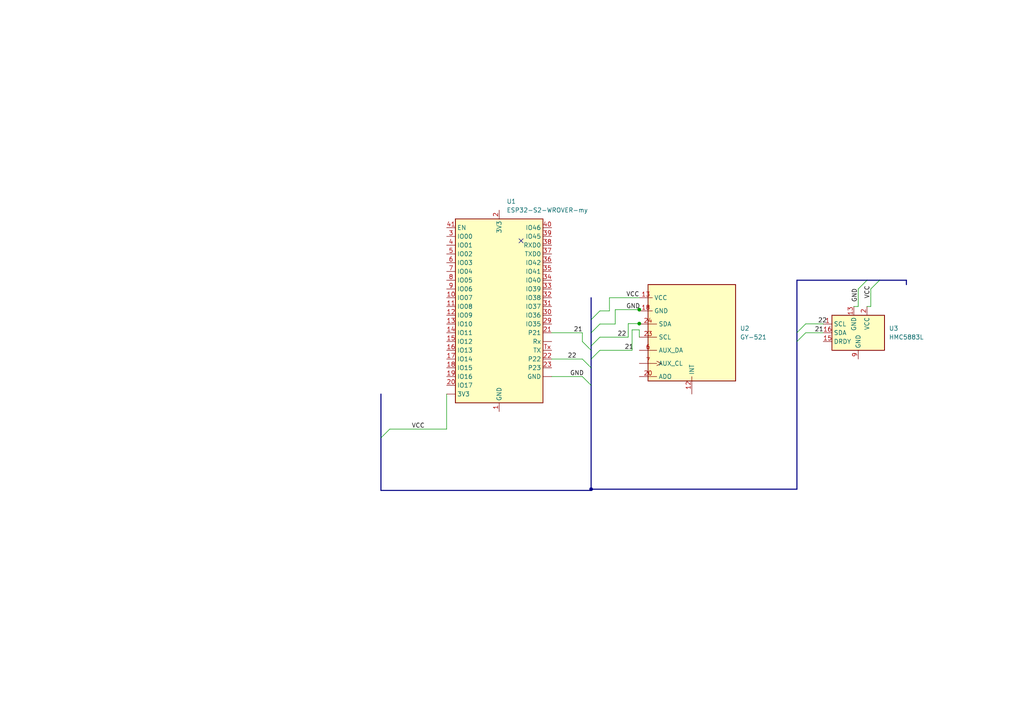
<source format=kicad_sch>
(kicad_sch (version 20250114) (generator "eeschema") (generator_version "9.0")
  (paper "A4")
  (lib_symbols
    (symbol "ESP32-S2-WROVER_1"
      (property "Reference" "U" (at -12.7 29.21 0))
      (property "Value" "ESP32-S2-WROVER-my" (at 2.54 29.21 0))
      (symbol "ESP32-S2-WROVER_1_0_1"
        (rectangle (start -12.7 27.94) (end 12.7 -25.4) (stroke (width 0.254)) (fill (type background)))
      )
      (symbol "ESP32-S2-WROVER_1_1_1"
        (pin input line (at -15.24 25.4 0) (length 2.54) (name "EN") (number "41"))
        (pin bidirectional line (at -15.24 22.86 0) (length 2.54) (name "IO00") (number "3"))
        (pin bidirectional line (at -15.24 20.32 0) (length 2.54) (name "IO01") (number "4"))
        (pin bidirectional line (at -15.24 17.78 0) (length 2.54) (name "IO02") (number "5"))
        (pin bidirectional line (at -15.24 15.24 0) (length 2.54) (name "IO03") (number "6"))
        (pin bidirectional line (at -15.24 12.7 0) (length 2.54) (name "IO04") (number "7"))
        (pin bidirectional line (at -15.24 10.16 0) (length 2.54) (name "IO05") (number "8"))
        (pin bidirectional line (at -15.24 7.62 0) (length 2.54) (name "IO06") (number "9"))
        (pin bidirectional line (at -15.24 5.08 0) (length 2.54) (name "IO07") (number "10"))
        (pin bidirectional line (at -15.24 2.54 0) (length 2.54) (name "IO08") (number "11"))
        (pin bidirectional line (at -15.24 0 0) (length 2.54) (name "IO09") (number "12"))
        (pin bidirectional line (at -15.24 -2.54 0) (length 2.54) (name "IO10") (number "13"))
        (pin bidirectional line (at -15.24 -5.08 0) (length 2.54) (name "IO11") (number "14"))
        (pin bidirectional line (at -15.24 -7.62 0) (length 2.54) (name "IO12") (number "15"))
        (pin bidirectional line (at -15.24 -10.16 0) (length 2.54) (name "IO13") (number "16"))
        (pin bidirectional line (at -15.24 -12.7 0) (length 2.54) (name "IO14") (number "17"))
        (pin bidirectional line (at -15.24 -15.24 0) (length 2.54) (name "IO15") (number "18"))
        (pin bidirectional line (at -15.24 -17.78 0) (length 2.54) (name "IO16") (number "19"))
        (pin bidirectional line (at -15.24 -20.32 0) (length 2.54) (name "IO17") (number "20"))
        (pin power_in line (at -15.24 -22.86 0) (length 2.54) (name "3V3") (number ""))
        (pin power_in line (at 0 30.48 270) (length 2.54) (name "3V3") (number "2"))
        (pin power_in line (at 0 -27.94 90) (length 2.54) (name "GND") (number "1"))
        (pin passive line (at 0 -27.94 90) (length 2.54) (hide yes) (name "GND") (number "26"))
        (pin passive line (at 0 -27.94 90) (length 2.54) (hide yes) (name "GND") (number "42"))
        (pin passive line (at 0 -27.94 90) (length 2.54) (hide yes) (name "GND") (number "43"))
        (pin input line (at 15.24 25.4 180) (length 2.54) (name "IO46") (number "40"))
        (pin bidirectional line (at 15.24 22.86 180) (length 2.54) (name "IO45") (number "39"))
        (pin bidirectional line (at 15.24 20.32 180) (length 2.54) (name "RXD0") (number "38"))
        (pin bidirectional line (at 15.24 17.78 180) (length 2.54) (name "TXD0") (number "37"))
        (pin bidirectional line (at 15.24 15.24 180) (length 2.54) (name "IO42") (number "36"))
        (pin bidirectional line (at 15.24 12.7 180) (length 2.54) (name "IO41") (number "35"))
        (pin bidirectional line (at 15.24 10.16 180) (length 2.54) (name "IO40") (number "34"))
        (pin bidirectional line (at 15.24 7.62 180) (length 2.54) (name "IO39") (number "33"))
        (pin bidirectional line (at 15.24 5.08 180) (length 2.54) (name "IO38") (number "32"))
        (pin bidirectional line (at 15.24 2.54 180) (length 2.54) (name "IO37") (number "31"))
        (pin bidirectional line (at 15.24 0 180) (length 2.54) (name "IO36") (number "30"))
        (pin bidirectional line (at 15.24 -2.54 180) (length 2.54) (name "IO35") (number "29"))
        (pin bidirectional line (at 15.24 -5.08 180) (length 2.54) (name "P21") (number "21"))
        (pin bidirectional line (at 15.24 -7.62 180) (length 2.54) (name "Rx") (number ""))
        (pin bidirectional line (at 15.24 -10.16 180) (length 2.54) (name "TX") (number "Tx"))
        (pin bidirectional line (at 15.24 -12.7 180) (length 2.54) (name "P22") (number "22"))
        (pin bidirectional line (at 15.24 -15.24 180) (length 2.54) (name "P23") (number "23"))
        (pin power_in line (at 15.24 -17.78 180) (length 2.54) (name "GND") (number ""))
      )
    )
    (symbol "HMC5883L:ESP32-S2-WROVER"
      (property "Reference" "U" (at -12.7 29.21 0))
      (property "Value" "ESP32-S2-WROVER-my" (at 2.54 29.21 0))
      (symbol "ESP32-S2-WROVER_0_1"
        (rectangle (start -12.7 27.94) (end 12.7 -25.4) (stroke (width 0.254)) (fill (type background)))
      )
      (symbol "ESP32-S2-WROVER_1_1"
        (pin input line (at -15.24 25.4 0) (length 2.54) (name "EN") (number "41"))
        (pin bidirectional line (at -15.24 22.86 0) (length 2.54) (name "IO00") (number "3"))
        (pin bidirectional line (at -15.24 20.32 0) (length 2.54) (name "IO01") (number "4"))
        (pin bidirectional line (at -15.24 17.78 0) (length 2.54) (name "IO02") (number "5"))
        (pin bidirectional line (at -15.24 15.24 0) (length 2.54) (name "IO03") (number "6"))
        (pin bidirectional line (at -15.24 12.7 0) (length 2.54) (name "IO04") (number "7"))
        (pin bidirectional line (at -15.24 10.16 0) (length 2.54) (name "IO05") (number "8"))
        (pin bidirectional line (at -15.24 7.62 0) (length 2.54) (name "IO06") (number "9"))
        (pin bidirectional line (at -15.24 5.08 0) (length 2.54) (name "IO07") (number "10"))
        (pin bidirectional line (at -15.24 2.54 0) (length 2.54) (name "IO08") (number "11"))
        (pin bidirectional line (at -15.24 0 0) (length 2.54) (name "IO09") (number "12"))
        (pin bidirectional line (at -15.24 -2.54 0) (length 2.54) (name "IO10") (number "13"))
        (pin bidirectional line (at -15.24 -5.08 0) (length 2.54) (name "IO11") (number "14"))
        (pin bidirectional line (at -15.24 -7.62 0) (length 2.54) (name "IO12") (number "15"))
        (pin bidirectional line (at -15.24 -10.16 0) (length 2.54) (name "IO13") (number "16"))
        (pin bidirectional line (at -15.24 -12.7 0) (length 2.54) (name "IO14") (number "17"))
        (pin bidirectional line (at -15.24 -15.24 0) (length 2.54) (name "IO15") (number "18"))
        (pin bidirectional line (at -15.24 -17.78 0) (length 2.54) (name "IO16") (number "19"))
        (pin bidirectional line (at -15.24 -20.32 0) (length 2.54) (name "IO17") (number "20"))
        (pin power_in line (at -15.24 -22.86 0) (length 2.54) (name "3V3") (number ""))
        (pin power_in line (at 0 30.48 270) (length 2.54) (name "3V3") (number "2"))
        (pin power_in line (at 0 -27.94 90) (length 2.54) (name "GND") (number "1"))
        (pin passive line (at 0 -27.94 90) (length 2.54) (hide yes) (name "GND") (number "26"))
        (pin passive line (at 0 -27.94 90) (length 2.54) (hide yes) (name "GND") (number "42"))
        (pin passive line (at 0 -27.94 90) (length 2.54) (hide yes) (name "GND") (number "43"))
        (pin input line (at 15.24 25.4 180) (length 2.54) (name "IO46") (number "40"))
        (pin bidirectional line (at 15.24 22.86 180) (length 2.54) (name "IO45") (number "39"))
        (pin bidirectional line (at 15.24 20.32 180) (length 2.54) (name "RXD0") (number "38"))
        (pin bidirectional line (at 15.24 17.78 180) (length 2.54) (name "TXD0") (number "37"))
        (pin bidirectional line (at 15.24 15.24 180) (length 2.54) (name "IO42") (number "36"))
        (pin bidirectional line (at 15.24 12.7 180) (length 2.54) (name "IO41") (number "35"))
        (pin bidirectional line (at 15.24 10.16 180) (length 2.54) (name "IO40") (number "34"))
        (pin bidirectional line (at 15.24 7.62 180) (length 2.54) (name "IO39") (number "33"))
        (pin bidirectional line (at 15.24 5.08 180) (length 2.54) (name "IO38") (number "32"))
        (pin bidirectional line (at 15.24 2.54 180) (length 2.54) (name "IO37") (number "31"))
        (pin bidirectional line (at 15.24 0 180) (length 2.54) (name "IO36") (number "30"))
        (pin bidirectional line (at 15.24 -2.54 180) (length 2.54) (name "IO35") (number "29"))
        (pin bidirectional line (at 15.24 -5.08 180) (length 2.54) (name "P21") (number "21"))
        (pin bidirectional line (at 15.24 -7.62 180) (length 2.54) (name "Rx") (number ""))
        (pin bidirectional line (at 15.24 -10.16 180) (length 2.54) (name "TX") (number "Tx"))
        (pin bidirectional line (at 15.24 -12.7 180) (length 2.54) (name "P22") (number "22"))
        (pin bidirectional line (at 15.24 -15.24 180) (length 2.54) (name "P23") (number "23"))
        (pin power_in line (at 15.24 -17.78 180) (length 2.54) (name "GND") (number ""))
      )
    )
    (symbol "HMC5883L:MPU-6050"
      (property "Reference" "U" (at -11.43 13.97 0))
      (property "Value" "GY-521" (at 7.62 -15.24 0))
      (symbol "MPU-6050_0_1"
        (rectangle (start -12.7 13.97) (end 12.7 -13.97) (stroke (width 0.254)) (fill (type background)))
      )
      (symbol "MPU-6050_1_1"
        (pin power_in line (at -15.24 10.16 0) (length 3.81) (name "VCC") (number "13"))
        (pin power_in line (at -15.24 6.35 0) (length 3.81) (name "GND") (number "18"))
        (pin bidirectional line (at -15.24 2.54 0) (length 5.08) (name "SDA") (number "24"))
        (pin input line (at -15.24 -1.27 0) (length 5.08) (name "SCL") (number "23"))
        (pin bidirectional line (at -15.24 -5.08 0) (length 5.08) (name "AUX_DA") (number "6"))
        (pin output clock (at -15.24 -8.89 0) (length 5.08) (name "AUX_CL") (number "7"))
        (pin passive line (at -15.24 -12.7 0) (length 5.08) (name "ADO") (number "20"))
        (pin no_connect line (at -12.7 12.7 0) (length 2.54) (hide yes) (name "NC") (number "2"))
        (pin no_connect line (at -12.7 7.62 0) (length 2.54) (hide yes) (name "NC") (number "3"))
        (pin no_connect line (at -12.7 0 0) (length 2.54) (hide yes) (name "NC") (number "4"))
        (pin no_connect line (at -12.7 -2.54 0) (length 2.54) (hide yes) (name "NC") (number "5"))
        (pin no_connect line (at -12.7 -10.16 0) (length 2.54) (hide yes) (name "NC") (number "14"))
        (pin output line (at 0 -17.78 90) (length 5.08) (name "INT") (number "12"))
        (pin no_connect line (at 12.7 12.7 180) (length 2.54) (hide yes) (name "NC") (number "15"))
        (pin no_connect line (at 12.7 10.16 180) (length 2.54) (hide yes) (name "NC") (number "16"))
        (pin no_connect line (at 12.7 5.08 180) (length 2.54) (hide yes) (name "NC") (number "17"))
        (pin no_connect line (at 12.7 -2.54 180) (length 2.54) (hide yes) (name "RESV") (number "21"))
        (pin no_connect line (at 12.7 -10.16 180) (length 2.54) (hide yes) (name "RESV") (number "19"))
        (pin no_connect line (at 12.7 -12.7 180) (length 2.54) (hide yes) (name "RESV") (number "22"))
      )
    )
    (symbol "New_Library_2:MMC5883MA"
      (property "Reference" "U" (at -7.62 7.62 0))
      (property "Value" "HMC5883L" (at 5.08 7.62 0))
      (symbol "MMC5883MA_0_1"
        (rectangle (start -7.62 -5.08) (end 7.62 5.08) (stroke (width 0.254)) (fill (type background)))
      )
      (symbol "MMC5883MA_1_1"
        (pin input line (at -10.16 2.54 0) (length 2.54) (name "SCL") (number "1"))
        (pin bidirectional line (at -10.16 0 0) (length 2.54) (name "SDA") (number "16"))
        (pin output line (at -10.16 -2.54 0) (length 2.54) (name "DRDY") (number "15"))
        (pin no_connect line (at -5.08 -5.08 90) (length 2.54) (hide yes) (name "NC") (number "7"))
        (pin no_connect line (at -2.54 -5.08 90) (length 2.54) (hide yes) (name "NC") (number "14"))
        (pin power_in line (at -1.27 7.62 270) (length 2.54) (name "GND") (number "13"))
        (pin passive line (at 0 -7.62 90) (length 2.54) (hide yes) (name "GND") (number "11"))
        (pin power_in line (at 0 -7.62 90) (length 2.54) (name "GND") (number "9"))
        (pin power_in line (at 2.54 7.62 270) (length 2.54) (name "VCC") (number "2"))
        (pin no_connect line (at 2.54 -5.08 90) (length 2.54) (hide yes) (name "NC") (number "8"))
        (pin no_connect line (at 5.08 -5.08 90) (length 2.54) (hide yes) (name "NC") (number "12"))
        (pin no_connect line (at 7.62 5.08 180) (length 2.54) (hide yes) (name "NC") (number "5"))
        (pin no_connect line (at 7.62 2.54 180) (length 2.54) (hide yes) (name "NC") (number "4"))
        (pin no_connect line (at 7.62 -2.54 180) (length 2.54) (hide yes) (name "NC") (number "6"))
        (pin no_connect line (at 7.62 -5.08 180) (length 2.54) (hide yes) (name "NC") (number "3"))
      )
    )
  )
  (junction (at 185.42 93.8572))
  (junction (at 171.45 141.8855))
  (junction (at 185.42 89.8071))
  (no_connect (at 151.13 69.85))
  (bus_entry (at 168.91 109.22) (size 2.54 2.54))
  (bus_entry (at 168.91 104.14) (size 2.54 2.54))
  (bus_entry (at 171.45 96.52) (size 2.54 -2.54))
  (bus_entry (at 255.1092 81.28) (size -2.54 2.54))
  (bus_entry (at 171.45 104.14) (size 2.54 -2.54))
  (bus_entry (at 171.45 92.71) (size 2.54 -2.54))
  (bus_entry (at 110.49 127) (size 2.54 -2.54))
  (bus_entry (at 251.46 81.28) (size -2.54 2.54))
  (bus_entry (at 168.91 99.06) (size 2.54 2.54))
  (bus_entry (at 171.45 100.33) (size 2.54 -2.54))
  (bus_entry (at 231.14 99.06) (size 2.54 -2.54))
  (bus_entry (at 231.14 96.4753) (size 2.54 -2.54))
  (wire (pts (xy 182.2116 97.79) (xy 182.2116 93.8572)))
  (wire (pts (xy 160.02 109.22) (xy 168.91 109.22)))
  (wire (pts (xy 185.42 95.6728) (xy 185.42 97.79)))
  (bus (pts (xy 171.45 104.14) (xy 171.45 106.68)))
  (bus (pts (xy 251.46 81.28) (xy 255.1092 81.28)))
  (bus (pts (xy 255.1092 81.28) (xy 262.89 81.28)))
  (wire (pts (xy 168.91 99.06) (xy 168.91 96.52)))
  (wire (pts (xy 173.99 97.79) (xy 182.2116 97.79)))
  (wire (pts (xy 233.68 96.52) (xy 238.76 96.52)))
  (wire (pts (xy 248.92 88.9) (xy 247.65 88.9)))
  (wire (pts (xy 183.3289 95.6728) (xy 185.42 95.6728)))
  (bus (pts (xy 171.45 96.52) (xy 171.45 100.33)))
  (wire (pts (xy 185.42 89.8071) (xy 185.42 90.17)))
  (wire (pts (xy 178.4408 93.98) (xy 178.4408 89.8071)))
  (bus (pts (xy 171.45 141.8855) (xy 231.14 141.8855)))
  (bus (pts (xy 231.14 96.4753) (xy 231.14 81.28)))
  (wire (pts (xy 173.99 101.6) (xy 183.3289 101.6)))
  (wire (pts (xy 129.54 124.46) (xy 129.54 114.3)))
  (wire (pts (xy 176.7649 90.17) (xy 176.7649 86.36)))
  (bus (pts (xy 171.45 141.8855) (xy 171.45 142.24)))
  (wire (pts (xy 182.2116 93.8572) (xy 185.42 93.8572)))
  (bus (pts (xy 110.49 142.24) (xy 171.45 142.24)))
  (wire (pts (xy 168.91 96.52) (xy 160.02 96.52)))
  (bus (pts (xy 171.45 106.68) (xy 171.45 111.76)))
  (bus (pts (xy 262.89 81.28) (xy 262.89 82.55)))
  (bus (pts (xy 171.45 101.6) (xy 171.45 104.14)))
  (wire (pts (xy 168.91 104.14) (xy 160.02 104.14)))
  (wire (pts (xy 178.4408 89.8071) (xy 185.42 89.8071)))
  (wire (pts (xy 248.92 83.82) (xy 248.92 88.9)))
  (wire (pts (xy 233.68 93.9353) (xy 238.76 93.9353)))
  (wire (pts (xy 173.99 90.17) (xy 176.7649 90.17)))
  (wire (pts (xy 113.03 124.46) (xy 129.54 124.46)))
  (wire (pts (xy 185.42 93.4737) (xy 185.42 93.8572)))
  (bus (pts (xy 171.45 111.76) (xy 171.45 141.8855)))
  (bus (pts (xy 110.49 114.3) (xy 110.49 127)))
  (wire (pts (xy 252.5692 88.9) (xy 251.46 88.9)))
  (wire (pts (xy 185.42 89.7867) (xy 185.42 89.8071)))
  (wire (pts (xy 173.99 93.98) (xy 178.4408 93.98)))
  (wire (pts (xy 176.7649 86.36) (xy 185.42 86.36)))
  (bus (pts (xy 171.45 100.33) (xy 171.45 101.6)))
  (bus (pts (xy 110.49 127) (xy 110.49 142.24)))
  (bus (pts (xy 231.14 99.06) (xy 231.14 96.4753)))
  (wire (pts (xy 185.42 93.8572) (xy 185.42 93.98)))
  (wire (pts (xy 252.5692 83.82) (xy 252.5692 88.9)))
  (wire (pts (xy 183.3289 101.6) (xy 183.3289 95.6728)))
  (bus (pts (xy 171.45 92.71) (xy 171.45 96.52)))
  (bus (pts (xy 231.14 81.28) (xy 251.46 81.28)))
  (wire (pts (xy 238.76 93.9353) (xy 238.76 93.98)))
  (bus (pts (xy 231.14 141.8855) (xy 231.14 99.06)))
  (bus (pts (xy 171.45 86.36) (xy 171.45 92.71)))
  (label "GND" (at 248.92 87.63 90))
  (label "22" (at 164.614 104.14 0))
  (label "21" (at 166.37 96.52 0))
  (label "VCC" (at 119.38 124.46 0))
  (label "GND" (at 181.6061 89.8071 0))
  (label "21" (at 236.2605 96.52 0))
  (label "21" (at 181.1405 101.6 0))
  (label "VCC" (at 181.61 86.36 0))
  (label "GND" (at 165.3123 109.22 0))
  (label "VCC" (at 252.5692 86.5949 90))
  (label "22" (at 179.07 97.79 0))
  (label "22" (at 237.2381 93.9353 0))
  (symbol (lib_name "ESP32-S2-WROVER_1") (lib_id "HMC5883L:ESP32-S2-WROVER") (at 144.78 91.44 0) (unit 1)
    (property "Reference" "U1" (at 146.9233 58.42 0) (effects (justify left)))
    (property "Value" "ESP32-S2-WROVER-my" (at 146.9233 60.96 0) (effects (justify left)))
    (property "Footprint" "RF_Module:ESP32-S2-WROVER" (effects (hide yes)))
    (property "Datasheet" "https://www.espressif.com/sites/default/files/documentation/esp32-s2-wroom_esp32-s2-wroom-i_datasheet_en.pdf" (effects (hide yes)))
    (property "Description" "RF Module, ESP32-D0WDQ6 SoC, Wi-Fi 802.11b/g/n, 32-bit, 2.7-3.6V, onboard antenna, SMD" (effects (hide yes)))
  )
  (symbol (lib_id "New_Library_2:MMC5883MA") (at 248.92 96.52 0) (unit 1)
    (property "Reference" "U3" (at 257.81 95.2499 0) (effects (justify left)))
    (property "Value" "HMC5883L" (at 257.81 97.7899 0) (effects (justify left)))
    (property "Footprint" "Package_LGA:LGA-16_3x3mm_P0.5mm" (effects (hide yes)))
    (property "Datasheet" "http://www.memsic.com/userfiles/files/DataSheets/Magnetic-Sensors-Datasheets/MMC5883MA-RevC.pdf" (effects (hide yes)))
    (property "Description" "3-axis Magnetic Sensor, I2C Interface, LGA-16" (effects (hide yes)))
  )
  (symbol (lib_id "HMC5883L:MPU-6050") (at 200.66 96.52 0) (unit 1)
    (property "Reference" "U2" (at 214.63 95.2499 0) (effects (justify left)))
    (property "Value" "GY-521" (at 214.63 97.7899 0) (effects (justify left)))
    (property "Footprint" "Sensor_Motion:InvenSense_QFN-24_4x4mm_P0.5mm" (effects (hide yes)))
    (property "Datasheet" "https://invensense.tdk.com/wp-content/uploads/2015/02/MPU-6000-Datasheet1.pdf" (effects (hide yes)))
    (property "Description" "InvenSense 6-Axis Motion Sensor, Gyroscope, Accelerometer, I2C" (effects (hide yes)))
  )
)
</source>
